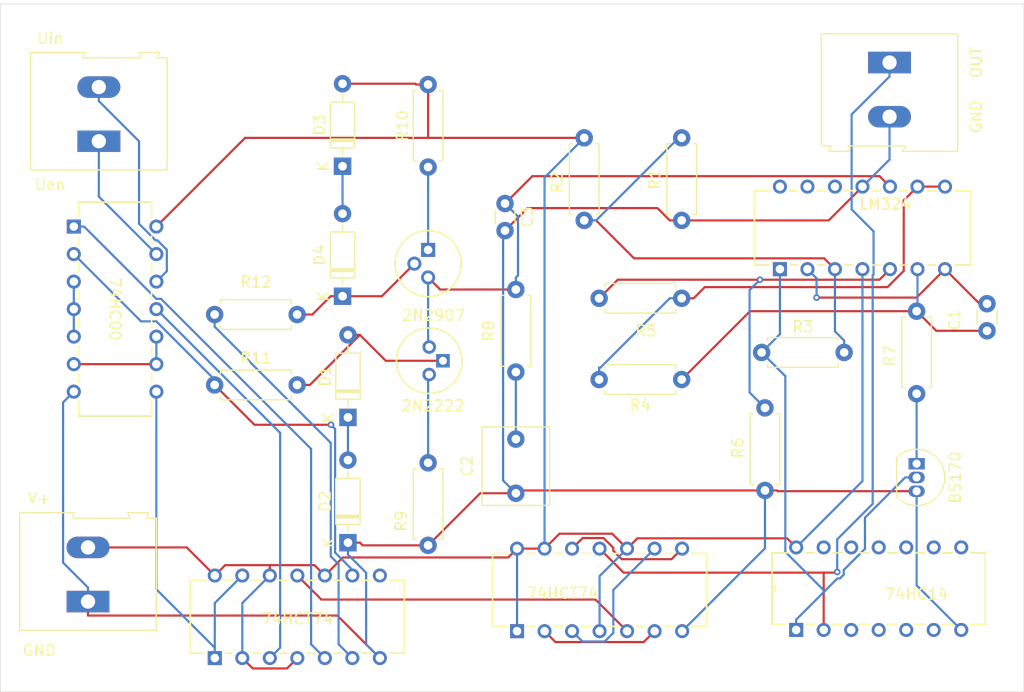
<source format=kicad_pcb>
(kicad_pcb (version 20241229) (generator "pcbnew") (generator_version "9.0")
  (layers (0 "F.Cu" signal) (2 "B.Cu" signal) (13 "F.Paste" user) (15 "B.Paste" user) (5 "F.SilkS" user "F.Silkscreen") (7 "B.SilkS" user "B.Silkscreen") (1 "F.Mask" user) (3 "B.Mask" user) (25 "Edge.Cuts" user))
  (net 0 "")
  (net 1 "Net-(D1-K)")
  (net 2 "Net-(D1-A)")
  (net 3 "+5V")
  (net 4 "Net-(D4-K)")
  (net 5 "Net-(D3-K)")
  (net 6 "Earth")
  (net 7 "Net-(Q1-G)")
  (net 8 "Net-(Q2-C)")
  (net 9 "Net-(CR2-Pad3)")
  (net 10 "Net-(Q2-E)")
  (net 11 "Net-(U2-2Y)")
  (net 12 "Net-(U2-1Y)")
  (net 13 "Net-(U2-4Y)")
  (net 14 "Net-(U2-1A)")
  (net 15 "Net-(U2-3Y)")
  (net 16 "Net-(U2-1B)")
  (net 17 "Net-(U6-1Q*)")
  (net 20 "Net-(Q1-D)")
  (net 21 "Net-(U1-1IN+)")
  (net 23 "Net-(U1-2IN+)")
  (net 24 "Net-(U1-3IN-)")
  (net 27 "Net-(U1-1IN-)")
  (net 28 "Net-(U1-2IN-)")
  (net 29 "Net-(U3-1CP)")
  (net 30 "Net-(U3-2D)")
  (net 31 "Net-(U3-1D)")
  (net 32 "Net-(U3-1Q)")
  (net 34 "Net-(C2-Pad1)")
  (net 43 "Net-(J2-Pin_2)")
  (net 44 "Net-(J2-Pin_1)")
  (net 45 "Net-(J3-Pin_1)")
  (footprint "Capacitor_THT:C_Rect_L7.0mm_W6.0mm_P5.00mm" (layer "F.Cu") (at 140.5 102 -90)
    (property "Reference" "C2" (at 2.5 4.5 90) (layer "F.SilkS"))
    (property "Value" "470n")
    (pad "1" thru_hole circle (at 0 0 270) (size 1.6 1.6) (drill 0.8) (layers "*.Cu" "*.Mask") (net 34 "Net-(C2-Pad1)"))
    (pad "2" thru_hole circle (at 5 0 270) (size 1.6 1.6) (drill 0.8) (layers "*.Cu" "*.Mask") (net 6 "Earth"))
  )
  (footprint "Package_TO_SOT_THT:TO-92_Inline" (layer "F.Cu") (at 177.5 104.27 -90)
    (property "Reference" "BS170" (at 1.27 -3.56 90) (layer "F.SilkS"))
    (property "Value" "BS170")
    (pad "1" thru_hole rect (at 0 0 270) (size 1.05 1.5) (drill 0.75) (layers "*.Cu" "*.Mask") (net 20 "Net-(Q1-D)"))
    (pad "2" thru_hole oval (at 1.27 0 270) (size 1.05 1.5) (drill 0.75) (layers "*.Cu" "*.Mask") (net 7 "Net-(Q1-G)"))
    (pad "3" thru_hole oval (at 2.54 0 270) (size 1.05 1.5) (drill 0.75) (layers "*.Cu" "*.Mask") (net 6 "Earth"))
  )
  (footprint "Diode_THT:D_DO-35_SOD27_P7.62mm_Horizontal" (layer "F.Cu") (at 125 111.56 90)
    (property "Reference" "D2" (at 3.81 -2.12 90) (layer "F.SilkS"))
    (property "Value" "1N4148")
    (fp_text user "K" (at 0 -1.8 90) (layer "F.SilkS"))
    (pad "1" thru_hole rect (at 0 0 90) (size 1.6 1.6) (drill 0.8) (layers "*.Cu" "*.Mask") (net 6 "Earth"))
    (pad "2" thru_hole oval (at 7.62 0 90) (size 1.6 1.6) (drill 0.8) (layers "*.Cu" "*.Mask") (net 1 "Net-(D1-K)"))
  )
  (footprint "Resistor_THT:R_Axial_DIN0207_L6.3mm_D2.5mm_P7.62mm_Horizontal" (layer "F.Cu") (at 155.81 96.5 180)
    (property "Reference" "R4" (at 3.81 -2.37 0) (layer "F.SilkS"))
    (property "Value" "56k")
    (pad "1" thru_hole circle (at 0 0 180) (size 1.6 1.6) (drill 0.8) (layers "*.Cu" "*.Mask") (net 28 "Net-(U1-2IN-)"))
    (pad "2" thru_hole oval (at 7.62 0 180) (size 1.6 1.6) (drill 0.8) (layers "*.Cu" "*.Mask") (net 24 "Net-(U1-3IN-)"))
  )
  (footprint "Resistor_THT:R_Axial_DIN0207_L6.3mm_D2.5mm_P7.62mm_Horizontal" (layer "F.Cu") (at 112.69 90.5)
    (property "Reference" "R12" (hide yes))
    (property "Value" "47k")
    (pad "1" thru_hole circle (at 0 0) (size 1.6 1.6) (drill 0.8) (layers "*.Cu" "*.Mask") (net 17 "Net-(U6-1Q*)"))
    (pad "2" thru_hole oval (at 7.62 0) (size 1.6 1.6) (drill 0.8) (layers "*.Cu" "*.Mask") (net 4 "Net-(D4-K)"))
  )
  (footprint "Diode_THT:D_DO-35_SOD27_P7.62mm_Horizontal" (layer "F.Cu") (at 124.5 88.81 90)
    (property "Reference" "D4" (at 3.81 -2.12 90) (layer "F.SilkS"))
    (property "Value" "1N4148")
    (fp_text user "K" (at 0 -1.8 90) (layer "F.SilkS"))
    (pad "1" thru_hole rect (at 0 0 90) (size 1.6 1.6) (drill 0.8) (layers "*.Cu" "*.Mask") (net 4 "Net-(D4-K)"))
    (pad "2" thru_hole oval (at 7.62 0 90) (size 1.6 1.6) (drill 0.8) (layers "*.Cu" "*.Mask") (net 5 "Net-(D3-K)"))
  )
  (footprint "Resistor_THT:R_Axial_DIN0207_L6.3mm_D2.5mm_P7.62mm_Horizontal" (layer "F.Cu") (at 132.4 111.81 90)
    (property "Reference" "R9" (hide yes))
    (property "Value" "33k")
    (pad "1" thru_hole circle (at 0 0 90) (size 1.6 1.6) (drill 0.8) (layers "*.Cu" "*.Mask") (net 6 "Earth"))
    (pad "2" thru_hole oval (at 7.62 0 90) (size 1.6 1.6) (drill 0.8) (layers "*.Cu" "*.Mask") (net 9 "Net-(CR2-Pad3)"))
  )
  (footprint "Resistor_THT:R_Axial_DIN0207_L6.3mm_D2.5mm_P7.62mm_Horizontal" (layer "F.Cu") (at 132.4 76.8849 90)
    (property "Reference" "R10" (at 3.81 -2.37 90) (layer "F.SilkS"))
    (property "Value" "33k")
    (pad "1" thru_hole circle (at 0 0 90) (size 1.6 1.6) (drill 0.8) (layers "*.Cu" "*.Mask") (net 10 "Net-(Q2-E)"))
    (pad "2" thru_hole oval (at 7.62 0 90) (size 1.6 1.6) (drill 0.8) (layers "*.Cu" "*.Mask") (net 3 "+5V"))
  )
  (footprint "Resistor_THT:R_Axial_DIN0207_L6.3mm_D2.5mm_P7.62mm_Horizontal" (layer "F.Cu") (at 146.81 74.19 -90)
    (property "Reference" "R2" (at 4.12 2.5 90) (layer "F.SilkS"))
    (property "Value" "100k")
    (pad "1" thru_hole circle (at 0 0 270) (size 1.6 1.6) (drill 0.8) (layers "*.Cu" "*.Mask") (net 3 "+5V"))
    (pad "2" thru_hole oval (at 7.62 0 270) (size 1.6 1.6) (drill 0.8) (layers "*.Cu" "*.Mask") (net 21 "Net-(U1-1IN+)"))
  )
  (footprint "PNP 2N2907:TO-18TO-206AA_MCH" (layer "F.Cu") (at 132.4 84.5349)
    (property "Reference" "Q2" (hide yes))
    (property "Value" "JANTX2N2907A" (hide yes))
    (pad "1" thru_hole rect (at 0 0) (size 1.2954 1.2954) (drill 0.7874) (layers "*.Cu" "*.Mask") (net 10 "Net-(Q2-E)"))
    (pad "2" thru_hole circle (at -1.27 1.27) (size 1.2954 1.2954) (drill 0.7874) (layers "*.Cu" "*.Mask") (net 4 "Net-(D4-K)"))
    (pad "3" thru_hole circle (at 0 2.54) (size 1.2954 1.2954) (drill 0.7874) (layers "*.Cu" "*.Mask") (net 8 "Net-(Q2-C)"))
  )
  (footprint "Diode_THT:D_DO-35_SOD27_P7.62mm_Horizontal" (layer "F.Cu") (at 125 100 90)
    (property "Reference" "D1" (at 3.81 -2.12 90) (layer "F.SilkS"))
    (property "Value" "1N4148")
    (fp_text user "K" (at 0 -1.8 90) (layer "F.SilkS"))
    (pad "1" thru_hole rect (at 0 0 90) (size 1.6 1.6) (drill 0.8) (layers "*.Cu" "*.Mask") (net 1 "Net-(D1-K)"))
    (pad "2" thru_hole oval (at 7.62 0 90) (size 1.6 1.6) (drill 0.8) (layers "*.Cu" "*.Mask") (net 2 "Net-(D1-A)"))
  )
  (footprint "TerminalBlock:TerminalBlock_Altech_AK300-2_P5.00mm" (layer "F.Cu") (at 101 117 90)
    (property "Reference" "J1" (hide yes))
    (property "Value" "Screw_Terminal_01x02")
    (pad "1" thru_hole rect (at 0 0 90) (size 1.98 3.96) (drill 1.32) (layers "*.Cu" "*.Mask") (net 6 "Earth"))
    (pad "2" thru_hole oval (at 5 0 90) (size 1.98 3.96) (drill 1.32) (layers "*.Cu" "*.Mask") (net 3 "+5V"))
  )
  (footprint "Resistor_THT:R_Axial_DIN0207_L6.3mm_D2.5mm_P7.62mm_Horizontal" (layer "F.Cu") (at 148.19 89)
    (property "Reference" "R5" (at 4.31 3 0) (layer "F.SilkS"))
    (property "Value" "27k")
    (pad "1" thru_hole circle (at 0 0) (size 1.6 1.6) (drill 0.8) (layers "*.Cu" "*.Mask") (net 23 "Net-(U1-2IN+)"))
    (pad "2" thru_hole oval (at 7.62 0) (size 1.6 1.6) (drill 0.8) (layers "*.Cu" "*.Mask") (net 24 "Net-(U1-3IN-)"))
  )
  (footprint "TerminalBlock:TerminalBlock_Altech_AK300-2_P5.00mm" (layer "F.Cu") (at 102 74.5 90)
    (property "Reference" "J2" (hide yes))
    (property "Value" "Screw_Terminal_01x02")
    (pad "1" thru_hole rect (at 0 0 90) (size 1.98 3.96) (drill 1.32) (layers "*.Cu" "*.Mask") (net 44 "Net-(J2-Pin_1)"))
    (pad "2" thru_hole oval (at 5 0 90) (size 1.98 3.96) (drill 1.32) (layers "*.Cu" "*.Mask") (net 43 "Net-(J2-Pin_2)"))
  )
  (footprint "Resistor_THT:R_Axial_DIN0207_L6.3mm_D2.5mm_P7.62mm_Horizontal" (layer "F.Cu") (at 140.5 95.81 90)
    (property "Reference" "R8" (at 3.81 -2.5 90) (layer "F.SilkS"))
    (property "Value" "33k" (hide yes))
    (pad "1" thru_hole circle (at 0 0 90) (size 1.6 1.6) (drill 0.8) (layers "*.Cu" "*.Mask") (net 34 "Net-(C2-Pad1)"))
    (pad "2" thru_hole oval (at 7.62 0 90) (size 1.6 1.6) (drill 0.8) (layers "*.Cu" "*.Mask") (net 8 "Net-(Q2-C)"))
  )
  (footprint "Resistor_THT:R_Axial_DIN0207_L6.3mm_D2.5mm_P7.62mm_Horizontal" (layer "F.Cu") (at 163.19 94)
    (property "Reference" "R3" (at 3.81 -2.37 0) (layer "F.SilkS"))
    (property "Value" "100k")
    (pad "1" thru_hole circle (at 0 0) (size 1.6 1.6) (drill 0.8) (layers "*.Cu" "*.Mask") (net 7 "Net-(Q1-G)"))
    (pad "2" thru_hole oval (at 7.62 0) (size 1.6 1.6) (drill 0.8) (layers "*.Cu" "*.Mask") (net 21 "Net-(U1-1IN+)"))
  )
  (footprint "Diode_THT:D_DO-35_SOD27_P7.62mm_Horizontal" (layer "F.Cu") (at 124.5 76.81 90)
    (property "Reference" "D3" (at 3.81 -2.12 90) (layer "F.SilkS"))
    (property "Value" "1N4148")
    (fp_text user "K" (at 0 -1.8 90) (layer "F.SilkS"))
    (pad "1" thru_hole rect (at 0 0 90) (size 1.6 1.6) (drill 0.8) (layers "*.Cu" "*.Mask") (net 5 "Net-(D3-K)"))
    (pad "2" thru_hole oval (at 7.62 0 90) (size 1.6 1.6) (drill 0.8) (layers "*.Cu" "*.Mask") (net 3 "+5V"))
  )
  (footprint "LM324:N14" (layer "F.Cu") (at 164.88 86.31 90)
    (property "Reference" "U1" (hide yes))
    (property "Value" "LM324AN" (hide yes))
    (pad "1" thru_hole rect (at 0 0 90) (size 1.2954 1.2954) (drill 0.7874) (layers "*.Cu" "*.Mask") (net 7 "Net-(Q1-G)"))
    (pad "2" thru_hole circle (at 0 2.54 90) (size 1.2954 1.2954) (drill 0.7874) (layers "*.Cu" "*.Mask") (net 27 "Net-(U1-1IN-)"))
    (pad "3" thru_hole circle (at 0 5.08 90) (size 1.2954 1.2954) (drill 0.7874) (layers "*.Cu" "*.Mask") (net 21 "Net-(U1-1IN+)"))
    (pad "4" thru_hole circle (at 0 7.62 90) (size 1.2954 1.2954) (drill 0.7874) (layers "*.Cu" "*.Mask") (net 3 "+5V"))
    (pad "5" thru_hole circle (at 0 10.16 90) (size 1.2954 1.2954) (drill 0.7874) (layers "*.Cu" "*.Mask") (net 23 "Net-(U1-2IN+)"))
    (pad "6" thru_hole circle (at 0 12.7 90) (size 1.2954 1.2954) (drill 0.7874) (layers "*.Cu" "*.Mask") (net 28 "Net-(U1-2IN-)"))
    (pad "7" thru_hole circle (at 0 15.24 90) (size 1.2954 1.2954) (drill 0.7874) (layers "*.Cu" "*.Mask") (net 27 "Net-(U1-1IN-)"))
    (pad "8" thru_hole circle (at 7.62 15.24 90) (size 1.2954 1.2954) (drill 0.7874) (layers "*.Cu" "*.Mask") (net 24 "Net-(U1-3IN-)"))
    (pad "9" thru_hole circle (at 7.62 12.7 90) (size 1.2954 1.2954) (drill 0.7874) (layers "*.Cu" "*.Mask") (net 24 "Net-(U1-3IN-)"))
    (pad "10" thru_hole circle (at 7.62 10.16 90) (size 1.2954 1.2954) (drill 0.7874) (layers "*.Cu" "*.Mask") (net 8 "Net-(Q2-C)"))
    (pad "11" thru_hole circle (at 7.62 7.62 90) (size 1.2954 1.2954) (drill 0.7874) (layers "*.Cu" "*.Mask") (net 6 "Earth"))
    (pad "12" thru_hole circle (at 7.62 5.08 90) (size 1.2954 1.2954) (drill 0.7874) (layers "*.Cu" "*.Mask"))
    (pad "13" thru_hole circle (at 7.62 2.54 90) (size 1.2954 1.2954) (drill 0.7874) (layers "*.Cu" "*.Mask"))
    (pad "14" thru_hole circle (at 7.62 0 90) (size 1.2954 1.2954) (drill 0.7874) (layers "*.Cu" "*.Mask"))
  )
  (footprint "HCT74:SOT27-1_NEX" (layer "F.Cu") (at 99.69 82.38)
    (property "Reference" "U2" (hide yes))
    (property "Value" "74HC00N" (hide yes))
    (pad "1" thru_hole rect (at 0 0) (size 1.2954 1.2954) (drill 0.7874) (layers "*.Cu" "*.Mask") (net 14 "Net-(U2-1A)"))
    (pad "2" thru_hole circle (at 0 2.54) (size 1.2954 1.2954) (drill 0.7874) (layers "*.Cu" "*.Mask") (net 16 "Net-(U2-1B)"))
    (pad "3" thru_hole circle (at 0 5.08) (size 1.2954 1.2954) (drill 0.7874) (layers "*.Cu" "*.Mask") (net 12 "Net-(U2-1Y)"))
    (pad "4" thru_hole circle (at 0 7.62) (size 1.2954 1.2954) (drill 0.7874) (layers "*.Cu" "*.Mask") (net 12 "Net-(U2-1Y)"))
    (pad "5" thru_hole circle (at 0 10.16) (size 1.2954 1.2954) (drill 0.7874) (layers "*.Cu" "*.Mask") (net 12 "Net-(U2-1Y)"))
    (pad "6" thru_hole circle (at 0 12.7) (size 1.2954 1.2954) (drill 0.7874) (layers "*.Cu" "*.Mask") (net 11 "Net-(U2-2Y)"))
    (pad "7" thru_hole circle (at 0 15.24) (size 1.2954 1.2954) (drill 0.7874) (layers "*.Cu" "*.Mask") (net 6 "Earth"))
    (pad "8" thru_hole circle (at 7.62 15.24) (size 1.2954 1.2954) (drill 0.7874) (layers "*.Cu" "*.Mask") (net 15 "Net-(U2-3Y)"))
    (pad "9" thru_hole circle (at 7.62 12.7) (size 1.2954 1.2954) (drill 0.7874) (layers "*.Cu" "*.Mask") (net 11 "Net-(U2-2Y)"))
    (pad "10" thru_hole circle (at 7.62 10.16) (size 1.2954 1.2954) (drill 0.7874) (layers "*.Cu" "*.Mask") (net 11 "Net-(U2-2Y)"))
    (pad "11" thru_hole circle (at 7.62 7.62) (size 1.2954 1.2954) (drill 0.7874) (layers "*.Cu" "*.Mask") (net 13 "Net-(U2-4Y)"))
    (pad "12" thru_hole circle (at 7.62 5.08) (size 1.2954 1.2954) (drill 0.7874) (layers "*.Cu" "*.Mask") (net 43 "Net-(J2-Pin_2)"))
    (pad "13" thru_hole circle (at 7.62 2.54) (size 1.2954 1.2954) (drill 0.7874) (layers "*.Cu" "*.Mask") (net 44 "Net-(J2-Pin_1)"))
    (pad "14" thru_hole circle (at 7.62 0) (size 1.2954 1.2954) (drill 0.7874) (layers "*.Cu" "*.Mask") (net 3 "+5V"))
  )
  (footprint "Resistor_THT:R_Axial_DIN0207_L6.3mm_D2.5mm_P7.62mm_Horizontal" (layer "F.Cu") (at 112.69 97)
    (property "Reference" "R11" (hide yes))
    (property "Value" "47k")
    (pad "1" thru_hole circle (at 0 0) (size 1.6 1.6) (drill 0.8) (layers "*.Cu" "*.Mask") (net 16 "Net-(U2-1B)"))
    (pad "2" thru_hole oval (at 7.62 0) (size 1.6 1.6) (drill 0.8) (layers "*.Cu" "*.Mask") (net 2 "Net-(D1-A)"))
  )
  (footprint "NPN 2N2222:TO-18_STM" (layer "F.Cu") (at 133.77 94.77 180)
    (property "Reference" "CR2" (hide yes))
    (property "Value" "2N2222A" (hide yes))
    (pad "1" thru_hole rect (at 0 0 180) (size 1.2446 1.2446) (drill 0.7366) (layers "*.Cu" "*.Mask") (net 2 "Net-(D1-A)"))
    (pad "2" thru_hole circle (at 1.27 1.27 180) (size 1.2446 1.2446) (drill 0.7366) (layers "*.Cu" "*.Mask") (net 8 "Net-(Q2-C)"))
    (pad "3" thru_hole circle (at 1.27 -1.27 180) (size 1.2446 1.2446) (drill 0.7366) (layers "*.Cu" "*.Mask") (net 9 "Net-(CR2-Pad3)"))
  )
  (footprint "Capacitor_THT:C_Disc_D3.0mm_W1.6mm_P2.50mm" (layer "F.Cu") (at 184 92 90)
    (property "Reference" "C1" (hide yes))
    (property "Value" "1n")
    (pad "1" thru_hole circle (at 0 0 90) (size 1.6 1.6) (drill 0.8) (layers "*.Cu" "*.Mask") (net 28 "Net-(U1-2IN-)"))
    (pad "2" thru_hole circle (at 2.5 0 90) (size 1.6 1.6) (drill 0.8) (layers "*.Cu" "*.Mask") (net 27 "Net-(U1-1IN-)"))
  )
  (footprint "Resistor_THT:R_Axial_DIN0207_L6.3mm_D2.5mm_P7.62mm_Horizontal" (layer "F.Cu") (at 177.5 90.19 -90)
    (property "Reference" "R7" (at 4.12 2.5 90) (layer "F.SilkS"))
    (property "Value" "27k")
    (pad "1" thru_hole circle (at 0 0 270) (size 1.6 1.6) (drill 0.8) (layers "*.Cu" "*.Mask") (net 28 "Net-(U1-2IN-)"))
    (pad "2" thru_hole oval (at 7.62 0 270) (size 1.6 1.6) (drill 0.8) (layers "*.Cu" "*.Mask") (net 20 "Net-(Q1-D)"))
  )
  (footprint "TerminalBlock:TerminalBlock_Altech_AK300-2_P5.00mm" (layer "F.Cu") (at 175 67.235 -90)
    (property "Reference" "J3" (hide yes))
    (property "Value" "Screw_Terminal_01x02")
    (pad "1" thru_hole rect (at 0 0 270) (size 1.98 3.96) (drill 1.32) (layers "*.Cu" "*.Mask") (net 45 "Net-(J3-Pin_1)"))
    (pad "2" thru_hole oval (at 5 0 270) (size 1.98 3.96) (drill 1.32) (layers "*.Cu" "*.Mask") (net 6 "Earth"))
  )
  (footprint "Resistor_THT:R_Axial_DIN0207_L6.3mm_D2.5mm_P7.62mm_Horizontal" (layer "F.Cu") (at 155.81 74.19 -90)
    (property "Reference" "R1" (at 3.81 2.5 90) (layer "F.SilkS"))
    (property "Value" "100k")
    (pad "1" thru_hole circle (at 0 0 270) (size 1.6 1.6) (drill 0.8) (layers "*.Cu" "*.Mask") (net 21 "Net-(U1-1IN+)"))
    (pad "2" thru_hole oval (at 7.62 0 270) (size 1.6 1.6) (drill 0.8) (layers "*.Cu" "*.Mask") (net 6 "Earth"))
  )
  (footprint "74HC14:N14" (layer "F.Cu") (at 181.62 112 90)
    (property "Reference" "U4" (hide yes))
    (property "Value" "SN74HC14N" (hide yes))
    (pad "1" thru_hole rect (at -7.62 -15.24 90) (size 1.2954 1.2954) (drill 0.7874) (layers "*.Cu" "*.Mask") (net 7 "Net-(Q1-G)"))
    (pad "2" thru_hole circle (at -7.62 -12.7 90) (size 1.2954 1.2954) (drill 0.7874) (layers "*.Cu" "*.Mask") (net 45 "Net-(J3-Pin_1)"))
    (pad "3" thru_hole circle (at -7.62 -10.16 90) (size 1.2954 1.2954) (drill 0.7874) (layers "*.Cu" "*.Mask"))
    (pad "4" thru_hole circle (at -7.62 -7.62 90) (size 1.2954 1.2954) (drill 0.7874) (layers "*.Cu" "*.Mask"))
    (pad "5" thru_hole circle (at -7.62 -5.08 90) (size 1.2954 1.2954) (drill 0.7874) (layers "*.Cu" "*.Mask"))
    (pad "6" thru_hole circle (at -7.62 -2.54 90) (size 1.2954 1.2954) (drill 0.7874) (layers "*.Cu" "*.Mask"))
    (pad "7" thru_hole circle (at -7.62 0 90) (size 1.2954 1.2954) (drill 0.7874) (layers "*.Cu" "*.Mask") (net 6 "Earth"))
    (pad "8" thru_hole circle (at 0 0 90) (size 1.2954 1.2954) (drill 0.7874) (layers "*.Cu" "*.Mask"))
    (pad "9" thru_hole circle (at 0 -2.54 90) (size 1.2954 1.2954) (drill 0.7874) (layers "*.Cu" "*.Mask"))
    (pad "10" thru_hole circle (at 0 -5.08 90) (size 1.2954 1.2954) (drill 0.7874) (layers "*.Cu" "*.Mask"))
    (pad "11" thru_hole circle (at 0 -7.62 90) (size 1.2954 1.2954) (drill 0.7874) (layers "*.Cu" "*.Mask"))
    (pad "12" thru_hole circle (at 0 -10.16 90) (size 1.2954 1.2954) (drill 0.7874) (layers "*.Cu" "*.Mask"))
    (pad "13" thru_hole circle (at 0 -12.7 90) (size 1.2954 1.2954) (drill 0.7874) (layers "*.Cu" "*.Mask"))
    (pad "14" thru_hole circle (at 0 -15.24 90) (size 1.2954 1.2954) (drill 0.7874) (layers "*.Cu" "*.Mask") (net 3 "+5V"))
  )
  (footprint "HCT74:SOT27-1_NEX" (layer "F.Cu") (at 112.705 122.215 90)
    (property "Reference" "U6" (hide yes))
    (property "Value" "74HCT74N" (hide yes))
    (pad "1" thru_hole rect (at 0 0 90) (size 1.2954 1.2954) (drill 0.7874) (layers "*.Cu" "*.Mask") (net 15 "Net-(U2-3Y)"))
    (pad "2" thru_hole circle (at 0 2.54 90) (size 1.2954 1.2954) (drill 0.7874) (layers "*.Cu" "*.Mask") (net 3 "+5V"))
    (pad "3" thru_hole circle (at 0 5.08 90) (size 1.2954 1.2954) (drill 0.7874) (layers "*.Cu" "*.Mask") (net 13 "Net-(U2-4Y)"))
    (pad "4" thru_hole circle (at 0 7.62 90) (size 1.2954 1.2954) (drill 0.7874) (layers "*.Cu" "*.Mask") (net 3 "+5V"))
    (pad "5" thru_hole circle (at 0 10.16 90) (size 1.2954 1.2954) (drill 0.7874) (layers "*.Cu" "*.Mask") (net 14 "Net-(U2-1A)"))
    (pad "6" thru_hole circle (at 0 12.7 90) (size 1.2954 1.2954) (drill 0.7874) (layers "*.Cu" "*.Mask") (net 17 "Net-(U6-1Q*)"))
    (pad "7" thru_hole circle (at 0 15.24 90) (size 1.2954 1.2954) (drill 0.7874) (layers "*.Cu" "*.Mask") (net 6 "Earth"))
    (pad "8" thru_hole circle (at 7.62 15.24 90) (size 1.2954 1.2954) (drill 0.7874) (layers "*.Cu" "*.Mask"))
    (pad "9" thru_hole circle (at 7.62 12.7 90) (size 1.2954 1.2954) (drill 0.7874) (layers "*.Cu" "*.Mask") (net 16 "Net-(U2-1B)"))
    (pad "10" thru_hole circle (at 7.62 10.16 90) (size 1.2954 1.2954) (drill 0.7874) (layers "*.Cu" "*.Mask") (net 3 "+5V"))
    (pad "11" thru_hole circle (at 7.62 7.62 90) (size 1.2954 1.2954) (drill 0.7874) (layers "*.Cu" "*.Mask") (net 32 "Net-(U3-1Q)"))
    (pad "12" thru_hole circle (at 7.62 5.08 90) (size 1.2954 1.2954) (drill 0.7874) (layers "*.Cu" "*.Mask") (net 3 "+5V"))
    (pad "13" thru_hole circle (at 7.62 2.54 90) (size 1.2954 1.2954) (drill 0.7874) (layers "*.Cu" "*.Mask") (net 15 "Net-(U2-3Y)"))
    (pad "14" thru_hole circle (at 7.62 0 90) (size 1.2954 1.2954) (drill 0.7874) (layers "*.Cu" "*.Mask") (net 3 "+5V"))
  )
  (footprint "HCT74:SOT27-1_NEX" (layer "F.Cu") (at 140.61 119.731 90)
    (property "Reference" "U3" (hide yes))
    (property "Value" "74HCT74N" (hide yes))
    (pad "1" thru_hole rect (at 0 0 90) (size 1.2954 1.2954) (drill 0.7874) (layers "*.Cu" "*.Mask") (net 3 "+5V"))
    (pad "2" thru_hole circle (at 0 2.54 90) (size 1.2954 1.2954) (drill 0.7874) (layers "*.Cu" "*.Mask") (net 31 "Net-(U3-1D)"))
    (pad "3" thru_hole circle (at 0 5.08 90) (size 1.2954 1.2954) (drill 0.7874) (layers "*.Cu" "*.Mask") (net 29 "Net-(U3-1CP)"))
    (pad "4" thru_hole circle (at 0 7.62 90) (size 1.2954 1.2954) (drill 0.7874) (layers "*.Cu" "*.Mask") (net 3 "+5V"))
    (pad "5" thru_hole circle (at 0 10.16 90) (size 1.2954 1.2954) (drill 0.7874) (layers "*.Cu" "*.Mask") (net 32 "Net-(U3-1Q)"))
    (pad "6" thru_hole circle (at 0 12.7 90) (size 1.2954 1.2954) (drill 0.7874) (layers "*.Cu" "*.Mask") (net 31 "Net-(U3-1D)"))
    (pad "7" thru_hole circle (at 0 15.24 90) (size 1.2954 1.2954) (drill 0.7874) (layers "*.Cu" "*.Mask") (net 6 "Earth"))
    (pad "8" thru_hole circle (at 7.62 15.24 90) (size 1.2954 1.2954) (drill 0.7874) (layers "*.Cu" "*.Mask") (net 30 "Net-(U3-2D)"))
    (pad "9" thru_hole circle (at 7.62 12.7 90) (size 1.2954 1.2954) (drill 0.7874) (layers "*.Cu" "*.Mask") (net 29 "Net-(U3-1CP)"))
    (pad "10" thru_hole circle (at 7.62 10.16 90) (size 1.2954 1.2954) (drill 0.7874) (layers "*.Cu" "*.Mask") (net 3 "+5V"))
    (pad "11" thru_hole circle (at 7.62 7.62 90) (size 1.2954 1.2954) (drill 0.7874) (layers "*.Cu" "*.Mask") (net 45 "Net-(J3-Pin_1)"))
    (pad "12" thru_hole circle (at 7.62 5.08 90) (size 1.2954 1.2954) (drill 0.7874) (layers "*.Cu" "*.Mask") (net 30 "Net-(U3-2D)"))
    (pad "13" thru_hole circle (at 7.62 2.54 90) (size 1.2954 1.2954) (drill 0.7874) (layers "*.Cu" "*.Mask") (net 3 "+5V"))
    (pad "14" thru_hole circle (at 7.62 0 90) (size 1.2954 1.2954) (drill 0.7874) (layers "*.Cu" "*.Mask") (net 3 "+5V"))
  )
  (footprint "Resistor_THT:R_Axial_DIN0207_L6.3mm_D2.5mm_P7.62mm_Horizontal" (layer "F.Cu") (at 163.5 99.12 -90)
    (property "Reference" "R6" (at 3.69 2.5 90) (layer "F.SilkS"))
    (property "Value" "27k")
    (pad "1" thru_hole circle (at 0 0 270) (size 1.6 1.6) (drill 0.8) (layers "*.Cu" "*.Mask") (net 23 "Net-(U1-2IN+)"))
    (pad "2" thru_hole oval (at 7.62 0 270) (size 1.6 1.6) (drill 0.8) (layers "*.Cu" "*.Mask") (net 6 "Earth"))
  )
  (footprint "Capacitor_THT:C_Disc_D3.0mm_W1.6mm_P2.50mm" (layer "F.Cu") (at 139.5 80.25 -90)
    (property "Reference" "C3" (at 1.25 -2.05 90) (layer "F.SilkS"))
    (property "Value" "47n")
    (pad "1" thru_hole circle (at 0 0 270) (size 1.6 1.6) (drill 0.8) (layers "*.Cu" "*.Mask") (net 8 "Net-(Q2-C)"))
    (pad "2" thru_hole circle (at 2.5 0 270) (size 1.6 1.6) (drill 0.8) (layers "*.Cu" "*.Mask") (net 6 "Earth"))
  )
  (gr_rect (start 92.9 61.82495) (end 187.4 125.32495) (stroke (width 0.05)) (fill no) (layer "Edge.Cuts"))
  (gr_text "2N2907" (at 132.9 90.57495 0) (layer "F.SilkS") (effects (font (size 1 1))))
  (gr_text "74HC00\n" (at 103.49995 90 270) (layer "F.SilkS") (effects (font (size 1 1))))
  (gr_text "OUT" (at 183 67.23505 90) (layer "F.SilkS") (effects (font (size 1 1))))
  (gr_text "V+" (at 96.5 107.5 0) (layer "F.SilkS") (effects (font (size 1 1))))
  (gr_text "Uin" (at 97.5 65 0) (layer "F.SilkS") (effects (font (size 1 1))))
  (gr_text "C1" (at 181 91 90) (layer "F.SilkS") (effects (font (size 1 1))))
  (gr_text "74HCT74\n" (at 144.81 116.231 0) (layer "F.SilkS") (effects (font (size 1 1))))
  (gr_text "GND" (at 183 72.23505 90) (layer "F.SilkS") (effects (font (size 1 1))))
  (gr_text "R9" (at 129.9 109.57495 90) (layer "F.SilkS") (effects (font (size 1 1))))
  (gr_text "R12" (at 116.5 87.50005 0) (layer "F.SilkS") (effects (font (size 1 1))))
  (gr_text "2N2222" (at 132.8432 98.92685 0) (layer "F.SilkS") (effects (font (size 1 1))))
  (gr_text "74HCT74\n" (at 120.325 118.59505 0) (layer "F.SilkS") (effects (font (size 1 1))))
  (gr_text "74HC14" (at 177.49995 116.31 0) (layer "F.SilkS") (effects (font (size 1 1))))
  (gr_text "R11" (at 116.5 94.50005 0) (layer "F.SilkS") (effects (font (size 1 1))))
  (gr_text "LM324" (at 174.62 80.31005 0) (layer "F.SilkS") (effects (font (size 1 1))))
  (gr_text "Uen" (at 97.5 78.5 0) (layer "F.SilkS") (effects (font (size 1 1))))
  (gr_text "GND\n" (at 96.5 121.5 0) (layer "F.SilkS") (effects (font (size 1 1))))
  (segment (start 125 100) (end 125 103.94) (width 0.2) (layer "B.Cu") (net 1))
  (segment (start 128.4917 94.77) (end 133.77 94.77) (width 0.2) (layer "F.Cu") (net 2))
  (segment (start 126.1017 92.38) (end 128.4917 94.77) (width 0.2) (layer "F.Cu") (net 2))
  (segment (start 120.31 97) (end 121.4817 97) (width 0.2) (layer "F.Cu") (net 2))
  (segment (start 125 92.38) (end 126.1017 92.38) (width 0.2) (layer "F.Cu") (net 2))
  (segment (start 121.4817 97) (end 126.1017 92.38) (width 0.2) (layer "F.Cu") (net 2))
  (segment (start 117.785 114.595) (end 117.785 113.6373) (width 0.2) (layer "F.Cu") (net 3))
  (segment (start 150.77 112.111) (end 149.3934 110.7344) (width 0.2) (layer "F.Cu") (net 3))
  (segment (start 166.38 112) (end 165.5416 111.1616) (width 0.2) (layer "F.Cu") (net 3))
  (segment (start 124.5 69.19) (end 131.2234 69.19) (width 0.2) (layer "F.Cu") (net 3))
  (segment (start 121.9073 113.6373) (end 117.785 113.6373) (width 0.2) (layer "F.Cu") (net 3))
  (segment (start 132.4 74.19) (end 146.81 74.19) (width 0.2) (layer "F.Cu") (net 3))
  (segment (start 131.2234 69.19) (end 131.2983 69.2649) (width 0.2) (layer "F.Cu") (net 3))
  (segment (start 139.7926 112.9284) (end 124.5316 112.9284) (width 0.2) (layer "F.Cu") (net 3))
  (segment (start 151.7194 111.1616) (end 150.77 112.111) (width 0.2) (layer "F.Cu") (net 3))
  (segment (start 115.245 122.215) (end 116.2033 123.1733) (width 0.2) (layer "F.Cu") (net 3))
  (segment (start 132.4 74.19) (end 132.4 69.2649) (width 0.2) (layer "F.Cu") (net 3))
  (segment (start 132.4 69.2649) (end 131.2983 69.2649) (width 0.2) (layer "F.Cu") (net 3))
  (segment (start 140.61 112.111) (end 139.7926 112.9284) (width 0.2) (layer "F.Cu") (net 3))
  (segment (start 149.3934 110.7344) (end 144.5266 110.7344) (width 0.2) (layer "F.Cu") (net 3))
  (segment (start 143.15 112.111) (end 140.61 112.111) (width 0.2) (layer "F.Cu") (net 3))
  (segment (start 115.5 74.19) (end 132.4 74.19) (width 0.2) (layer "F.Cu") (net 3))
  (segment (start 116.2033 123.1733) (end 119.3667 123.1733) (width 0.2) (layer "F.Cu") (net 3))
  (segment (start 107.31 82.38) (end 115.5 74.19) (width 0.2) (layer "F.Cu") (net 3))
  (segment (start 165.5416 111.1616) (end 151.7194 111.1616) (width 0.2) (layer "F.Cu") (net 3))
  (segment (start 117.785 113.6373) (end 113.6627 113.6373) (width 0.2) (layer "F.Cu") (net 3))
  (segment (start 144.5266 110.7344) (end 143.15 112.111) (width 0.2) (layer "F.Cu") (net 3))
  (segment (start 124.5316 112.9284) (end 122.865 114.595) (width 0.2) (layer "F.Cu") (net 3))
  (segment (start 119.3667 123.1733) (end 120.325 122.215) (width 0.2) (layer "F.Cu") (net 3))
  (segment (start 122.865 114.595) (end 121.9073 113.6373) (width 0.2) (layer "F.Cu") (net 3))
  (segment (start 113.6627 113.6373) (end 112.705 114.595) (width 0.2) (layer "F.Cu") (net 3))
  (segment (start 101 112) (end 110.11 112) (width 0.2) (layer "F.Cu") (net 3))
  (segment (start 110.11 112) (end 112.705 114.595) (width 0.2) (layer "F.Cu") (net 3))
  (segment (start 115.245 122.215) (end 115.245 117.135) (width 0.2) (layer "B.Cu") (net 3))
  (segment (start 148.23 114.651) (end 148.23 119.731) (width 0.2) (layer "B.Cu") (net 3))
  (segment (start 172.5 86.31) (end 172.5 105.88) (width 0.2) (layer "B.Cu") (net 3))
  (segment (start 115.245 117.135) (end 117.785 114.595) (width 0.2) (layer "B.Cu") (net 3))
  (segment (start 172.5 105.88) (end 166.38 112) (width 0.2) (layer "B.Cu") (net 3))
  (segment (start 143.15 77.85) (end 143.15 112.111) (width 0.2) (layer "B.Cu") (net 3))
  (segment (start 150.77 112.111) (end 148.23 114.651) (width 0.2) (layer "B.Cu") (net 3))
  (segment (start 146.81 74.19) (end 143.15 77.85) (width 0.2) (layer "B.Cu") (net 3))
  (segment (start 140.61 119.731) (end 140.61 112.111) (width 0.2) (layer "B.Cu") (net 3))
  (segment (start 124.5 88.81) (end 123.3983 88.81) (width 0.2) (layer "F.Cu") (net 4))
  (segment (start 128.1249 88.81) (end 131.13 85.8049) (width 0.2) (layer "F.Cu") (net 4))
  (segment (start 123.3983 88.81) (end 121.7083 90.5) (width 0.2) (layer "F.Cu") (net 4))
  (segment (start 124.5 88.81) (end 128.1249 88.81) (width 0.2) (layer "F.Cu") (net 4))
  (segment (start 121.7083 90.5) (end 120.31 90.5) (width 0.2) (layer "F.Cu") (net 4))
  (segment (start 124.5 76.81) (end 124.5 81.19) (width 0.2) (layer "B.Cu") (net 5))
  (segment (start 101 118.2917) (end 124.0217 118.2917) (width 0.2) (layer "F.Cu") (net 6))
  (segment (start 140.5 107) (end 137.21 107) (width 0.2) (layer "F.Cu") (net 6))
  (segment (start 155.81 81.81) (end 154.7083 81.81) (width 0.2) (layer "F.Cu") (net 6))
  (segment (start 169.38 81.81) (end 155.81 81.81) (width 0.2) (layer "F.Cu") (net 6))
  (segment (start 140.76 106.74) (end 140.5 107) (width 0.2) (layer "F.Cu") (net 6))
  (segment (start 124.0217 118.2917) (end 127.945 122.215) (width 0.2) (layer "F.Cu") (net 6))
  (segment (start 132.4 111.81) (end 126.3517 111.81) (width 0.2) (layer "F.Cu") (net 6))
  (segment (start 163.5 106.74) (end 140.76 106.74) (width 0.2) (layer "F.Cu") (net 6))
  (segment (start 164.0509 106.74) (end 163.5 106.74) (width 0.2) (layer "F.Cu") (net 6))
  (segment (start 101 117) (end 101 118.2917) (width 0.2) (layer "F.Cu") (net 6))
  (segment (start 172.5 78.69) (end 169.38 81.81) (width 0.2) (layer "F.Cu") (net 6))
  (segment (start 141.5763 80.6737) (end 153.572 80.6737) (width 0.2) (layer "F.Cu") (net 6))
  (segment (start 164.0509 106.74) (end 164.6017 106.74) (width 0.2) (layer "F.Cu") (net 6))
  (segment (start 126.3517 111.81) (end 126.1017 111.56) (width 0.2) (layer "F.Cu") (net 6))
  (segment (start 153.572 80.6737) (end 154.7083 81.81) (width 0.2) (layer "F.Cu") (net 6))
  (segment (start 139.5 82.75) (end 141.5763 80.6737) (width 0.2) (layer "F.Cu") (net 6))
  (segment (start 137.21 107) (end 132.4 111.81) (width 0.2) (layer "F.Cu") (net 6))
  (segment (start 164.6717 106.81) (end 164.6017 106.74) (width 0.2) (layer "F.Cu") (net 6))
  (segment (start 125 111.56) (end 126.1017 111.56) (width 0.2) (layer "F.Cu") (net 6))
  (segment (start 177.5 106.81) (end 164.6717 106.81) (width 0.2) (layer "F.Cu") (net 6))
  (segment (start 181.62 119.62) (end 177.5 115.5) (width 0.2) (layer "B.Cu") (net 6))
  (segment (start 175 76.19) (end 175 72.235) (width 0.2) (layer "B.Cu") (net 6))
  (segment (start 101 115.7083) (end 98.6973 113.4056) (width 0.2) (layer "B.Cu") (net 6))
  (segment (start 98.6973 98.6127) (end 99.69 97.62) (width 0.2) (layer "B.Cu") (net 6))
  (segment (start 101 117) (end 101 115.7083) (width 0.2) (layer "B.Cu") (net 6))
  (segment (start 139.3215 82.9285) (end 139.5 82.75) (width 0.2) (layer "B.Cu") (net 6))
  (segment (start 126.6751 120.9451) (end 126.6751 114.3368) (width 0.2) (layer "B.Cu") (net 6))
  (segment (start 163.5 106.74) (end 163.5 112.081) (width 0.2) (layer "B.Cu") (net 6))
  (segment (start 140.5 107) (end 139.3215 105.8215) (width 0.2) (layer "B.Cu") (net 6))
  (segment (start 126.6751 114.3368) (end 125 112.6617) (width 0.2) (layer "B.Cu") (net 6))
  (segment (start 98.6973 113.4056) (end 98.6973 98.6127) (width 0.2) (layer "B.Cu") (net 6))
  (segment (start 163.5 112.081) (end 155.85 119.731) (width 0.2) (layer "B.Cu") (net 6))
  (segment (start 127.945 122.215) (end 126.6751 120.9451) (width 0.2) (layer "B.Cu") (net 6))
  (segment (start 172.5 78.69) (end 175 76.19) (width 0.2) (layer "B.Cu") (net 6))
  (segment (start 177.5 115.5) (end 177.5 106.81) (width 0.2) (layer "B.Cu") (net 6))
  (segment (start 139.3215 105.8215) (end 139.3215 82.9285) (width 0.2) (layer "B.Cu") (net 6))
  (segment (start 125 111.56) (end 125 112.6617) (width 0.2) (layer "B.Cu") (net 6))
  (segment (start 170.77 114.5161) (end 170.77 114.0892) (width 0.2) (layer "B.Cu") (net 7))
  (segment (start 166.38 118.6706) (end 166.38 119.1453) (width 0.2) (layer "B.Cu") (net 7))
  (segment (start 173.8461 108.1422) (end 176.4483 105.54) (width 0.2) (layer "B.Cu") (net 7))
  (segment (start 170.182 114.8686) (end 170.4175 114.8686) (width 0.2) (layer "B.Cu") (net 7))
  (segment (start 169.0094 116.0412) (end 165.379 112.4109) (width 0.2) (layer "B.Cu") (net 7))
  (segment (start 165.379 96.189) (end 163.19 94) (width 0.2) (layer "B.Cu") (net 7))
  (segment (start 170.4175 114.8686) (end 170.77 114.5161) (width 0.2) (layer "B.Cu") (net 7))
  (segment (start 165.379 112.4109) (end 165.379 96.189) (width 0.2) (layer "B.Cu") (net 7))
  (segment (start 172.7301 112.1291) (end 172.7301 109.2603) (width 0.2) (layer "B.Cu") (net 7))
  (segment (start 173.8461 108.1443) (end 173.8461 108.1422) (width 0.2) (layer "B.Cu") (net 7))
  (segment (start 164.88 92.31) (end 163.19 94) (width 0.2) (layer "B.Cu") (net 7))
  (segment (start 166.38 119.62) (end 166.38 119.1453) (width 0.2) (layer "B.Cu") (net 7))
  (segment (start 172.7301 109.2603) (end 173.8461 108.1443) (width 0.2) (layer "B.Cu") (net 7))
  (segment (start 164.88 86.31) (end 164.88 92.31) (width 0.2) (layer "B.Cu") (net 7))
  (segment (start 169.0094 116.0412) (end 166.38 118.6706) (width 0.2) (layer "B.Cu") (net 7))
  (segment (start 177.5 105.54) (end 176.4483 105.54) (width 0.2) (layer "B.Cu") (net 7))
  (segment (start 170.77 114.0892) (end 172.7301 112.1291) (width 0.2) (layer "B.Cu") (net 7))
  (segment (start 169.0094 116.0412) (end 170.182 114.8686) (width 0.2) (layer "B.Cu") (net 7))
  (segment (start 140.5 88.19) (end 133.5151 88.19) (width 0.2) (layer "F.Cu") (net 8))
  (segment (start 142.0231 77.7269) (end 174.0769 77.7269) (width 0.2) (layer "F.Cu") (net 8))
  (segment (start 133.5151 88.19) (end 132.4 87.0749) (width 0.2) (layer "F.Cu") (net 8))
  (segment (start 139.5 80.25) (end 142.0231 77.7269) (width 0.2) (layer "F.Cu") (net 8))
  (segment (start 174.0769 77.7269) (end 175.04 78.69) (width 0.2) (layer "F.Cu") (net 8))
  (segment (start 132.5 93.5) (end 132.4 93.4) (width 0.2) (layer "B.Cu") (net 8))
  (segment (start 140.6978 86.8905) (end 140.5 87.0883) (width 0.2) (layer "B.Cu") (net 8))
  (segment (start 139.5 80.25) (end 140.6978 81.4478) (width 0.2) (layer "B.Cu") (net 8))
  (segment (start 132.4 93.4) (end 132.4 87.0749) (width 0.2) (layer "B.Cu") (net 8))
  (segment (start 140.6978 81.4478) (end 140.6978 86.8905) (width 0.2) (layer "B.Cu") (net 8))
  (segment (start 140.5 88.19) (end 140.5 87.0883) (width 0.2) (layer "B.Cu") (net 8))
  (segment (start 132.4 96.14) (end 132.4 104.19) (width 0.2) (layer "B.Cu") (net 9))
  (segment (start 132.5 96.04) (end 132.4 96.14) (width 0.2) (layer "B.Cu") (net 9))
  (segment (start 132.4 76.8849) (end 132.4 84.5349) (width 0.2) (layer "B.Cu") (net 10))
  (segment (start 107.31 95.08) (end 99.69 95.08) (width 0.2) (layer "F.Cu") (net 11))
  (segment (start 107.31 95.08) (end 107.31 92.54) (width 0.2) (layer "B.Cu") (net 11))
  (segment (start 99.69 87.46) (end 99.69 90) (width 0.2) (layer "B.Cu") (net 12))
  (segment (start 99.69 92.54) (end 99.69 90) (width 0.2) (layer "B.Cu") (net 12))
  (segment (start 118.7375 121.2625) (end 118.7375 101.4275) (width 0.2) (layer "B.Cu") (net 13))
  (segment (start 118.7375 101.4275) (end 107.31 90) (width 0.2) (layer "B.Cu") (net 13))
  (segment (start 117.785 122.215) (end 118.7375 121.2625) (width 0.2) (layer "B.Cu") (net 13))
  (segment (start 121.595 120.945) (end 122.865 122.215) (width 0.2) (layer "B.Cu") (net 14))
  (segment (start 107.739 89.0506) (end 121.595 102.9066) (width 0.2) (layer "B.Cu") (net 14))
  (segment (start 121.595 102.9066) (end 121.595 120.945) (width 0.2) (layer "B.Cu") (net 14))
  (segment (start 100.6394 82.38) (end 107.31 89.0506) (width 0.2) (layer "B.Cu") (net 14))
  (segment (start 99.69 82.38) (end 100.6394 82.38) (width 0.2) (layer "B.Cu") (net 14))
  (segment (start 107.31 89.0506) (end 107.739 89.0506) (width 0.2) (layer "B.Cu") (net 14))
  (segment (start 107.31 115.8706) (end 112.705 121.2656) (width 0.2) (layer "B.Cu") (net 15))
  (segment (start 115.245 114.595) (end 112.705 117.135) (width 0.2) (layer "B.Cu") (net 15))
  (segment (start 112.705 117.135) (end 112.705 121.2656) (width 0.2) (layer "B.Cu") (net 15))
  (segment (start 107.31 97.62) (end 107.31 115.8706) (width 0.2) (layer "B.Cu") (net 15))
  (segment (start 112.705 122.215) (end 112.705 121.2656) (width 0.2) (layer "B.Cu") (net 15))
  (segment (start 112.69 97) (end 116.3687 100.6787) (width 0.2) (layer "F.Cu") (net 16))
  (segment (start 116.3687 100.6787) (end 123.4315 100.6787) (width 0.2) (layer "F.Cu") (net 16))
  (via (at 123.4315 100.6787) (size 0.6) (drill 0.3) (layers "F.Cu" "B.Cu") (net 16))
  (segment (start 105.8984 91.1284) (end 107.3022 91.1284) (width 0.2) (layer "B.Cu") (net 16))
  (segment (start 112.69 96.5162) (end 112.69 97) (width 0.2) (layer "B.Cu") (net 16))
  (segment (start 123.8129 112.4774) (end 125.405 114.0695) (width 0.2) (layer "B.Cu") (net 16))
  (segment (start 125.405 114.0695) (end 125.405 114.595) (width 0.2) (layer "B.Cu") (net 16))
  (segment (start 107.3022 91.1284) (end 112.69 96.5162) (width 0.2) (layer "B.Cu") (net 16))
  (segment (start 99.69 84.92) (end 105.8984 91.1284) (width 0.2) (layer "B.Cu") (net 16))
  (segment (start 123.8129 101.0601) (end 123.8129 112.4774) (width 0.2) (layer "B.Cu") (net 16))
  (segment (start 123.4315 100.6787) (end 123.8129 101.0601) (width 0.2) (layer "B.Cu") (net 16))
  (segment (start 123.4112 102.3436) (end 123.4112 112.8264) (width 0.2) (layer "B.Cu") (net 17))
  (segment (start 124.135 120.945) (end 125.405 122.215) (width 0.2) (layer "B.Cu") (net 17))
  (segment (start 112.69 90.5) (end 112.69 91.6224) (width 0.2) (layer "B.Cu") (net 17))
  (segment (start 123.4112 112.8264) (end 124.135 113.5502) (width 0.2) (layer "B.Cu") (net 17))
  (segment (start 124.135 113.5502) (end 124.135 120.945) (width 0.2) (layer "B.Cu") (net 17))
  (segment (start 112.69 91.6224) (end 123.4112 102.3436) (width 0.2) (layer "B.Cu") (net 17))
  (segment (start 177.5 97.81) (end 177.5 104.27) (width 0.2) (layer "B.Cu") (net 20))
  (segment (start 146.81 81.81) (end 147.9117 81.81) (width 0.2) (layer "F.Cu") (net 21))
  (segment (start 151.4115 85.3098) (end 147.9117 81.81) (width 0.2) (layer "F.Cu") (net 21))
  (segment (start 168.9598 85.3098) (end 151.4115 85.3098) (width 0.2) (layer "F.Cu") (net 21))
  (segment (start 169.96 86.31) (end 168.9598 85.3098) (width 0.2) (layer "F.Cu") (net 21))
  (segment (start 169.96 86.31) (end 169.96 92.0483) (width 0.2) (layer "B.Cu") (net 21))
  (segment (start 147.9117 81.81) (end 155.5317 74.19) (width 0.2) (layer "B.Cu") (net 21))
  (segment (start 169.96 92.0483) (end 170.81 92.8983) (width 0.2) (layer "B.Cu") (net 21))
  (segment (start 170.81 94) (end 170.81 92.8983) (width 0.2) (layer "B.Cu") (net 21))
  (segment (start 155.5317 74.19) (end 155.81 74.19) (width 0.2) (layer "B.Cu") (net 21))
  (segment (start 146.81 81.81) (end 147.9117 81.81) (width 0.2) (layer "B.Cu") (net 21))
  (segment (start 175.04 86.31) (end 174.0633 87.2867) (width 0.2) (layer "F.Cu") (net 23))
  (segment (start 149.9033 87.2867) (end 163.036 87.2867) (width 0.2) (layer "F.Cu") (net 23))
  (segment (start 174.0633 87.2867) (end 163.036 87.2867) (width 0.2) (layer "F.Cu") (net 23))
  (segment (start 148.19 89) (end 149.9033 87.2867) (width 0.2) (layer "F.Cu") (net 23))
  (via (at 163.036 87.2867) (size 0.6) (drill 0.3) (layers "F.Cu" "B.Cu") (net 23))
  (segment (start 162.0772 88.2455) (end 162.0772 97.6972) (width 0.2) (layer "B.Cu") (net 23))
  (segment (start 163.036 87.2867) (end 162.0772 88.2455) (width 0.2) (layer "B.Cu") (net 23))
  (segment (start 162.0772 97.6972) (end 163.5 99.12) (width 0.2) (layer "B.Cu") (net 23))
  (segment (start 177.8849 78.69) (end 177.9262 78.69) (width 0.2) (layer "F.Cu") (net 24))
  (segment (start 155.81 89) (end 156.9117 89) (width 0.2) (layer "F.Cu") (net 24))
  (segment (start 177.58 78.69) (end 176.3101 79.9599) (width 0.2) (layer "F.Cu") (net 24))
  (segment (start 178.5329 78.69) (end 178.8087 78.69) (width 0.2) (layer "F.Cu") (net 24))
  (segment (start 177.9262 78.69) (end 178.5329 78.69) (width 0.2) (layer "F.Cu") (net 24))
  (segment (start 176.3101 79.9599) (end 176.3101 86.4709) (width 0.2) (layer "F.Cu") (net 24))
  (segment (start 177.58 78.69) (end 177.8849 78.69) (width 0.2) (layer "F.Cu") (net 24))
  (segment (start 176.3101 86.4709) (end 174.8109 87.9701) (width 0.2) (layer "F.Cu") (net 24))
  (segment (start 157.9416 87.9701) (end 156.9117 89) (width 0.2) (layer "F.Cu") (net 24))
  (segment (start 174.8109 87.9701) (end 157.9416 87.9701) (width 0.2) (layer "F.Cu") (net 24))
  (segment (start 178.85 78.69) (end 180.12 78.69) (width 0.2) (layer "F.Cu") (net 24))
  (segment (start 178.8087 78.69) (end 178.85 78.69) (width 0.2) (layer "F.Cu") (net 24))
  (segment (start 148.19 96.5) (end 148.19 95.3983) (width 0.2) (layer "B.Cu") (net 24))
  (segment (start 148.31 95.3983) (end 148.19 95.3983) (width 0.2) (layer "B.Cu") (net 24))
  (segment (start 155.81 89) (end 154.7083 89) (width 0.2) (layer "B.Cu") (net 24))
  (segment (start 154.7083 89) (end 148.31 95.3983) (width 0.2) (layer "B.Cu") (net 24))
  (segment (start 183.31 89.5) (end 180.12 86.31) (width 0.2) (layer "F.Cu") (net 27))
  (segment (start 168.2647 88.9367) (end 177.4933 88.9367) (width 0.2) (layer "F.Cu") (net 27))
  (segment (start 177.4933 88.9367) (end 180.12 86.31) (width 0.2) (layer "F.Cu") (net 27))
  (segment (start 184 89.5) (end 183.31 89.5) (width 0.2) (layer "F.Cu") (net 27))
  (via (at 168.2647 88.9367) (size 0.6) (drill 0.3) (layers "F.Cu" "B.Cu") (net 27))
  (segment (start 167.42 86.31) (end 168.2647 87.1547) (width 0.2) (layer "B.Cu") (net 27))
  (segment (start 168.2647 87.1547) (end 168.2647 88.9367) (width 0.2) (layer "B.Cu") (net 27))
  (segment (start 184 92) (end 179.31 92) (width 0.2) (layer "F.Cu") (net 28))
  (segment (start 155.81 96.5) (end 162.12 90.19) (width 0.2) (layer "F.Cu") (net 28))
  (segment (start 179.31 92) (end 177.5 90.19) (width 0.2) (layer "F.Cu") (net 28))
  (segment (start 162.12 90.19) (end 177.5 90.19) (width 0.2) (layer "F.Cu") (net 28))
  (segment (start 177.58 90.11) (end 177.5 90.19) (width 0.2) (layer "B.Cu") (net 28))
  (segment (start 177.58 86.31) (end 177.58 90.11) (width 0.2) (layer "B.Cu") (net 28))
  (segment (start 149.5 119.8887) (end 149.5 115.921) (width 0.2) (layer "B.Cu") (net 29))
  (segment (start 148.702 120.6867) (end 149.5 119.8887) (width 0.2) (layer "B.Cu") (net 29))
  (segment (start 149.5 115.921) (end 153.31 112.111) (width 0.2) (layer "B.Cu") (net 29))
  (segment (start 145.69 119.731) (end 146.6457 120.6867) (width 0.2) (layer "B.Cu") (net 29))
  (segment (start 146.6457 120.6867) (end 148.702 120.6867) (width 0.2) (layer "B.Cu") (net 29))
  (segment (start 148.5978 111.1361) (end 146.6649 111.1361) (width 0.2) (layer "F.Cu") (net 30))
  (segment (start 154.8741 113.0869) (end 150.2763 113.0869) (width 0.2) (layer "F.Cu") (net 30))
  (segment (start 155.85 112.111) (end 154.8741 113.0869) (width 0.2) (layer "F.Cu") (net 30))
  (segment (start 149.5001 112.3107) (end 149.5001 112.0384) (width 0.2) (layer "F.Cu") (net 30))
  (segment (start 150.2763 113.0869) (end 149.5001 112.3107) (width 0.2) (layer "F.Cu") (net 30))
  (segment (start 149.5001 112.0384) (end 148.5978 111.1361) (width 0.2) (layer "F.Cu") (net 30))
  (segment (start 146.6649 111.1361) (end 145.69 112.111) (width 0.2) (layer "F.Cu") (net 30))
  (segment (start 152.3035 120.7375) (end 144.1565 120.7375) (width 0.2) (layer "F.Cu") (net 31))
  (segment (start 144.1565 120.7375) (end 143.15 119.731) (width 0.2) (layer "F.Cu") (net 31))
  (segment (start 153.31 119.731) (end 152.3035 120.7375) (width 0.2) (layer "F.Cu") (net 31))
  (segment (start 122.5429 116.8129) (end 120.325 114.595) (width 0.2) (layer "F.Cu") (net 32))
  (segment (start 147.8519 116.8129) (end 122.5429 116.8129) (width 0.2) (layer "F.Cu") (net 32))
  (segment (start 150.77 119.731) (end 147.8519 116.8129) (width 0.2) (layer "F.Cu") (net 32))
  (segment (start 140.5 102) (end 140.5 95.81) (width 0.2) (layer "B.Cu") (net 34))
  (segment (start 105.7099 74.5016) (end 102 70.7917) (width 0.2) (layer "B.Cu") (net 43))
  (segment (start 102 69.5) (end 102 70.7917) (width 0.2) (layer "B.Cu") (net 43))
  (segment (start 107.4057 83.65) (end 107.235 83.65) (width 0.2) (layer "B.Cu") (net 43))
  (segment (start 107.31 87.46) (end 108.2771 86.4929) (width 0.2) (layer "B.Cu") (net 43))
  (segment (start 108.2771 84.5214) (end 107.4057 83.65) (width 0.2) (layer "B.Cu") (net 43))
  (segment (start 108.2771 86.4929) (end 108.2771 84.5214) (width 0.2) (layer "B.Cu") (net 43))
  (segment (start 107.235 83.65) (end 105.7099 82.1249) (width 0.2) (layer "B.Cu") (net 43))
  (segment (start 105.7099 82.1249) (end 105.7099 74.5016) (width 0.2) (layer "B.Cu") (net 43))
  (segment (start 102 79.61) (end 102 74.5) (width 0.2) (layer "B.Cu") (net 44))
  (segment (start 107.31 84.92) (end 102 79.61) (width 0.2) (layer "B.Cu") (net 44))
  (segment (start 150.4479 114.3289) (end 168.92 114.3289) (width 0.2) (layer "F.Cu") (net 45))
  (segment (start 148.23 112.111) (end 150.4479 114.3289) (width 0.2) (layer "F.Cu") (net 45))
  (segment (start 168.92 114.3289) (end 170.1063 114.3289) (width 0.2) (layer "F.Cu") (net 45))
  (segment (start 168.92 119.62) (end 168.92 114.3289) (width 0.2) (layer "F.Cu") (net 45))
  (segment (start 170.1063 114.3289) (end 170.1683 114.2669) (width 0.2) (layer "F.Cu") (net 45))
  (via (at 170.1683 114.2669) (size 0.6) (drill 0.3) (layers "F.Cu" "B.Cu") (net 45))
  (segment (start 170.1683 114.2669) (end 170.1683 111.2541) (width 0.2) (layer "B.Cu") (net 45))
  (segment (start 170.1683 111.2541) (end 173.4444 107.978) (width 0.2) (layer "B.Cu") (net 45))
  (segment (start 175 67.235) (end 175 68.5267) (width 0.2) (layer "B.Cu") (net 45))
  (segment (start 173.5258 82.8236) (end 171.4998 80.7976) (width 0.2) (layer "B.Cu") (net 45))
  (segment (start 173.4444 86.861) (end 173.5258 86.7796) (width 0.2) (layer "B.Cu") (net 45))
  (segment (start 171.4998 80.7976) (end 171.4998 72.0269) (width 0.2) (layer "B.Cu") (net 45))
  (segment (start 173.5258 86.7796) (end 173.5258 82.8236) (width 0.2) (layer "B.Cu") (net 45))
  (segment (start 171.4998 72.0269) (end 175 68.5267) (width 0.2) (layer "B.Cu") (net 45))
  (segment (start 173.4444 107.978) (end 173.4444 86.861) (width 0.2) (layer "B.Cu") (net 45))
)
</source>
